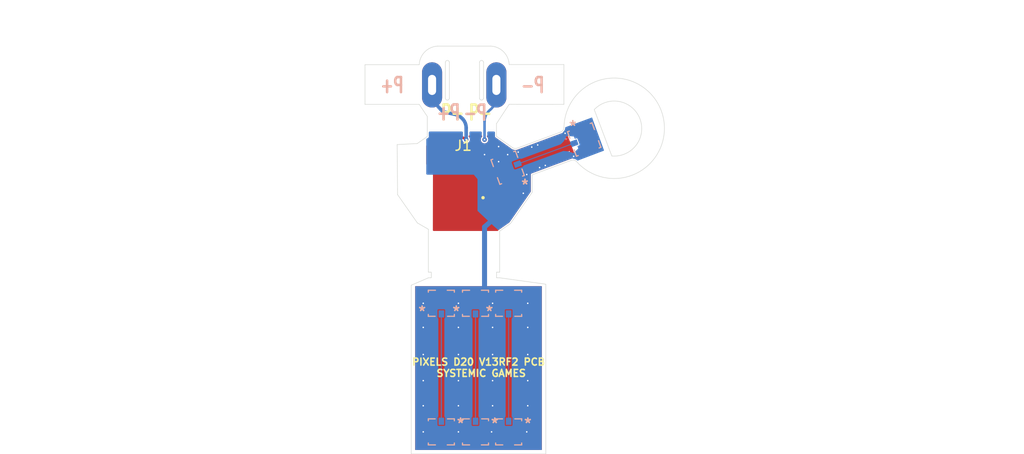
<source format=kicad_pcb>
(kicad_pcb (version 20211014) (generator pcbnew)
  (title_block (title "FLX-F020") (date "2021-09-11") (rev "10") (company "Systemic Games, LLC") (comment 1 "Flexible PCB, 0.13mm thickness"))
  (layers (0 "F.Cu" signal) (31 "B.Cu" signal) (34 "B.Paste" user) (35 "F.Paste" user) (36 "B.SilkS" user "B.Silkscreen") (37 "F.SilkS" user "F.Silkscreen") (38 "B.Mask" user) (39 "F.Mask" user) (44 "Edge.Cuts" user))
  (net 0 "")
  (net 1 "GND")
  (net 2 "/ARC_ANTENNA")
  (net 3 "unconnected-(J1-Pad1)")
  (net 4 "unconnected-(J1-Pad2)")
  (net 5 "/ANT_0.7")
  (net 6 "/ANT_0.8")
  (net 7 "/ANT_0.9")
  (footprint "Pixels-dice:Hongjie 10100 Connector" (layer "F.Cu") (at 142.378 77.463)
    (fp_text reference "J1" (at -0.1 6.05) (layer "F.SilkS"))
    (fp_text value "Conn_01x02")
    (pad "1" thru_hole oval (at -3.2 0) (size 2 4.5) (drill oval 0.8 2) (layers *.Cu *.Mask) (net 3 "unconnected-(J1-Pad1)"))
    (pad "2" thru_hole oval (at 3.2 0) (size 2 4.5) (drill oval 0.8 2) (layers *.Cu *.Mask) (net 4 "unconnected-(J1-Pad2)"))
  )
  (footprint "RFFrontEnd:MFH3.RECE.20369.001E.01" (layer "B.Cu") (at 146.799999 99.2)
    (fp_text reference "J2" hide)
    (fp_text value "RECE.20369.001E.01" hide)
    (fp_text user "*" (at -1.9144 0.8255) (layer "B.SilkS") (effects (justify mirror)))
    (fp_text user "*" (at -1.9144 0.8255) (layer "B.SilkS") (effects (justify mirror)))
    (fp_line (start -1.2954 -1.10744) (end -1.2954 -1.2954) (layer "B.SilkS") (width 0.12))
    (fp_line (start 1.2954 1.10744) (end 1.2954 1.2954) (layer "B.SilkS") (width 0.12))
    (fp_line (start 1.2954 -1.2954) (end 1.2954 -1.10744) (layer "B.SilkS") (width 0.12))
    (fp_line (start -1.2954 1.2954) (end -1.2954 1.10744) (layer "B.SilkS") (width 0.12))
    (fp_line (start -1.2954 -1.2954) (end -0.58674 -1.2954) (layer "B.SilkS") (width 0.12))
    (fp_line (start -0.61214 1.2954) (end -1.2954 1.2954) (layer "B.SilkS") (width 0.12))
    (fp_line (start 1.2954 1.2954) (end 0.61214 1.2954) (layer "B.SilkS") (width 0.12))
    (fp_line (start 0.58674 -1.2954) (end 1.2954 -1.2954) (layer "B.SilkS") (width 0.12))
    (pad "1" smd rect (at -1.000001 0 270) (size 1.5494 0.6096) (layers "B.Cu" "B.Paste" "B.Mask") (net 1 "GND"))
    (pad "2" smd rect (at 0 -1.0541) (size 0.508 0.5588) (layers "B.Cu" "B.Paste" "B.Mask") (net 1 "GND"))
    (pad "3" smd rect (at 1.000001 0 270) (size 1.5494 0.6096) (layers "B.Cu" "B.Paste" "B.Mask") (net 1 "GND"))
    (pad "4" smd rect (at 0 1.0541) (size 0.5588 0.7112) (layers "B.Cu" "B.Paste" "B.Mask") (net 5 "/ANT_0.7"))
  )
  (footprint "RFFrontEnd:MFH3.RECE.20369.001E.01" (layer "B.Cu") (at 140.099999 99.2)
    (fp_text reference "J8" hide)
    (fp_text value "RECE.20369.001E.01" hide)
    (fp_text user "*" (at -1.9144 0.8255) (layer "B.SilkS") (effects (justify mirror)))
    (fp_text user "*" (at -1.9144 0.8255) (layer "B.SilkS") (effects (justify mirror)))
    (fp_line (start -1.2954 1.2954) (end -1.2954 1.10744) (layer "B.SilkS") (width 0.12))
    (fp_line (start -1.2954 -1.2954) (end -0.58674 -1.2954) (layer "B.SilkS") (width 0.12))
    (fp_line (start -1.2954 -1.10744) (end -1.2954 -1.2954) (layer "B.SilkS") (width 0.12))
    (fp_line (start 1.2954 1.10744) (end 1.2954 1.2954) (layer "B.SilkS") (width 0.12))
    (fp_line (start 1.2954 -1.2954) (end 1.2954 -1.10744) (layer "B.SilkS") (width 0.12))
    (fp_line (start -0.61214 1.2954) (end -1.2954 1.2954) (layer "B.SilkS") (width 0.12))
    (fp_line (start 0.58674 -1.2954) (end 1.2954 -1.2954) (layer "B.SilkS") (width 0.12))
    (fp_line (start 1.2954 1.2954) (end 0.61214 1.2954) (layer "B.SilkS") (width 0.12))
    (pad "1" smd rect (at -1.000001 0 270) (size 1.5494 0.6096) (layers "B.Cu" "B.Paste" "B.Mask") (net 1 "GND"))
    (pad "2" smd rect (at 0 -1.0541) (size 0.508 0.5588) (layers "B.Cu" "B.Paste" "B.Mask") (net 1 "GND"))
    (pad "3" smd rect (at 1.000001 0 270) (size 1.5494 0.6096) (layers "B.Cu" "B.Paste" "B.Mask") (net 1 "GND"))
    (pad "4" smd rect (at 0 1.0541) (size 0.5588 0.7112) (layers "B.Cu" "B.Paste" "B.Mask") (net 7 "/ANT_0.9"))
  )
  (footprint "RFFrontEnd:MFH3.RECE.20369.001E.01" (layer "B.Cu") (at 140.099999 112 180)
    (fp_text reference "J9" hide)
    (fp_text value "RECE.20369.001E.01" hide)
    (fp_text user "*" (at -1.9144 0.8255) (layer "B.SilkS") (effects (justify mirror)))
    (fp_text user "*" (at -1.9144 0.8255) (layer "B.SilkS") (effects (justify mirror)))
    (fp_line (start -1.2954 1.2954) (end -1.2954 1.10744) (layer "B.SilkS") (width 0.12))
    (fp_line (start -1.2954 -1.10744) (end -1.2954 -1.2954) (layer "B.SilkS") (width 0.12))
    (fp_line (start -1.2954 -1.2954) (end -0.58674 -1.2954) (layer "B.SilkS") (width 0.12))
    (fp_line (start 0.58674 -1.2954) (end 1.2954 -1.2954) (layer "B.SilkS") (width 0.12))
    (fp_line (start 1.2954 -1.2954) (end 1.2954 -1.10744) (layer "B.SilkS") (width 0.12))
    (fp_line (start 1.2954 1.10744) (end 1.2954 1.2954) (layer "B.SilkS") (width 0.12))
    (fp_line (start 1.2954 1.2954) (end 0.61214 1.2954) (layer "B.SilkS") (width 0.12))
    (fp_line (start -0.61214 1.2954) (end -1.2954 1.2954) (layer "B.SilkS") (width 0.12))
    (pad "1" smd rect (at -1.000001 0 90) (size 1.5494 0.6096) (layers "B.Cu" "B.Paste" "B.Mask") (net 1 "GND"))
    (pad "2" smd rect (at 0 -1.0541 180) (size 0.508 0.5588) (layers "B.Cu" "B.Paste" "B.Mask") (net 1 "GND"))
    (pad "3" smd rect (at 1.000001 0 90) (size 1.5494 0.6096) (layers "B.Cu" "B.Paste" "B.Mask") (net 1 "GND"))
    (pad "4" smd rect (at 0 1.0541 180) (size 0.5588 0.7112) (layers "B.Cu" "B.Paste" "B.Mask") (net 7 "/ANT_0.9"))
  )
  (footprint "RFFrontEnd:MFH3.RECE.20369.001E.01" (layer "B.Cu") (at 146.799999 112 180)
    (fp_text reference "J3" hide)
    (fp_text value "RECE.20369.001E.01" hide)
    (fp_text user "*" (at -1.9144 0.8255) (layer "B.SilkS") (effects (justify mirror)))
    (fp_text user "*" (at -1.9144 0.8255) (layer "B.SilkS") (effects (justify mirror)))
    (fp_line (start -1.2954 -1.2954) (end -0.58674 -1.2954) (layer "B.SilkS") (width 0.12))
    (fp_line (start 1.2954 1.2954) (end 0.61214 1.2954) (layer "B.SilkS") (width 0.12))
    (fp_line (start -1.2954 -1.10744) (end -1.2954 -1.2954) (layer "B.SilkS") (width 0.12))
    (fp_line (start -0.61214 1.2954) (end -1.2954 1.2954) (layer "B.SilkS") (width 0.12))
    (fp_line (start 1.2954 1.10744) (end 1.2954 1.2954) (layer "B.SilkS") (width 0.12))
    (fp_line (start 0.58674 -1.2954) (end 1.2954 -1.2954) (layer "B.SilkS") (width 0.12))
    (fp_line (start -1.2954 1.2954) (end -1.2954 1.10744) (layer "B.SilkS") (width 0.12))
    (fp_line (start 1.2954 -1.2954) (end 1.2954 -1.10744) (layer "B.SilkS") (width 0.12))
    (pad "1" smd rect (at -1.000001 0 90) (size 1.5494 0.6096) (layers "B.Cu" "B.Paste" "B.Mask") (net 1 "GND"))
    (pad "2" smd rect (at 0 -1.0541 180) (size 0.508 0.5588) (layers "B.Cu" "B.Paste" "B.Mask") (net 1 "GND"))
    (pad "3" smd rect (at 1.000001 0 90) (size 1.5494 0.6096) (layers "B.Cu" "B.Paste" "B.Mask") (net 1 "GND"))
    (pad "4" smd rect (at 0 1.0541 180) (size 0.5588 0.7112) (layers "B.Cu" "B.Paste" "B.Mask") (net 5 "/ANT_0.7"))
  )
  (footprint "RFFrontEnd:MFH3.RECE.20369.001E.01" (layer "B.Cu") (at 143.499999 112 180)
    (fp_text reference "J5" hide)
    (fp_text value "RECE.20369.001E.01" hide)
    (fp_text user "*" (at -1.9144 0.8255) (layer "B.SilkS") (effects (justify mirror)))
    (fp_text user "*" (at -1.9144 0.8255) (layer "B.SilkS") (effects (justify mirror)))
    (fp_line (start -1.2954 -1.2954) (end -0.58674 -1.2954) (layer "B.SilkS") (width 0.12))
    (fp_line (start -0.61214 1.2954) (end -1.2954 1.2954) (layer "B.SilkS") (width 0.12))
    (fp_line (start 1.2954 -1.2954) (end 1.2954 -1.10744) (layer "B.SilkS") (width 0.12))
    (fp_line (start 1.2954 1.2954) (end 0.61214 1.2954) (layer "B.SilkS") (width 0.12))
    (fp_line (start 1.2954 1.10744) (end 1.2954 1.2954) (layer "B.SilkS") (width 0.12))
    (fp_line (start -1.2954 -1.10744) (end -1.2954 -1.2954) (layer "B.SilkS") (width 0.12))
    (fp_line (start 0.58674 -1.2954) (end 1.2954 -1.2954) (layer "B.SilkS") (width 0.12))
    (fp_line (start -1.2954 1.2954) (end -1.2954 1.10744) (layer "B.SilkS") (width 0.12))
    (pad "1" smd rect (at -1.000001 0 90) (size 1.5494 0.6096) (layers "B.Cu" "B.Paste" "B.Mask") (net 1 "GND"))
    (pad "2" smd rect (at 0 -1.0541 180) (size 0.508 0.5588) (layers "B.Cu" "B.Paste" "B.Mask") (net 1 "GND"))
    (pad "3" smd rect (at 1.000001 0 90) (size 1.5494 0.6096) (layers "B.Cu" "B.Paste" "B.Mask") (net 1 "GND"))
    (pad "4" smd rect (at 0 1.0541 180) (size 0.5588 0.7112) (layers "B.Cu" "B.Paste" "B.Mask") (net 6 "/ANT_0.8"))
  )
  (footprint "RFFrontEnd:MFH3.RECE.20369.001E.01" (layer "B.Cu") (at 154.32 82.9 -70)
    (fp_text reference "J7" hide)
    (fp_text value "RECE.20369.001E.01" hide)
    (fp_text user "*" (at -1.9144 0.8255 110) (layer "B.SilkS") (effects (justify mirror)))
    (fp_text user "*" (at -1.9144 0.8255 110) (layer "B.SilkS") (effects (justify mirror)))
    (fp_line (start 1.2954 1.10744) (end 1.2954 1.2954) (layer "B.SilkS") (width 0.12))
    (fp_line (start -1.2954 -1.2954) (end -0.58674 -1.2954) (layer "B.SilkS") (width 0.12))
    (fp_line (start -0.61214 1.2954) (end -1.2954 1.2954) (layer "B.SilkS") (width 0.12))
    (fp_line (start 1.2954 1.2954) (end 0.61214 1.2954) (layer "B.SilkS") (width 0.12))
    (fp_line (start -1.2954 -1.10744) (end -1.2954 -1.2954) (layer "B.SilkS") (width 0.12))
    (fp_line (start 0.58674 -1.2954) (end 1.2954 -1.2954) (layer "B.SilkS") (width 0.12))
    (fp_line (start -1.2954 1.2954) (end -1.2954 1.10744) (layer "B.SilkS") (width 0.12))
    (fp_line (start 1.2954 -1.2954) (end 1.2954 -1.10744) (layer "B.SilkS") (width 0.12))
    (pad "1" smd rect (at -1.000001 0 200) (size 1.5494 0.6096) (layers "B.Cu" "B.Paste" "B.Mask") (net 1 "GND"))
    (pad "2" smd rect (at 0 -1.0541 290) (size 0.508 0.5588) (layers "B.Cu" "B.Paste" "B.Mask") (net 1 "GND"))
    (pad "3" smd rect (at 1.000001 0 200) (size 1.5494 0.6096) (layers "B.Cu" "B.Paste" "B.Mask") (net 1 "GND"))
    (pad "4" smd rect (at 0 1.0541 290) (size 0.5588 0.7112) (layers "B.Cu" "B.Paste" "B.Mask") (net 2 "/ARC_ANTENNA"))
  )
  (footprint "RFFrontEnd:MFH3.RECE.20369.001E.01" (layer "B.Cu") (at 143.499999 99.2)
    (fp_text reference "J4" hide)
    (fp_text value "RECE.20369.001E.01" hide)
    (fp_text user "*" (at -1.9144 0.8255) (layer "B.SilkS") (effects (justify mirror)))
    (fp_text user "*" (at -1.9144 0.8255) (layer "B.SilkS") (effects (justify mirror)))
    (fp_line (start 1.2954 -1.2954) (end 1.2954 -1.10744) (layer "B.SilkS") (width 0.12))
    (fp_line (start -1.2954 -1.2954) (end -0.58674 -1.2954) (layer "B.SilkS") (width 0.12))
    (fp_line (start 1.2954 1.10744) (end 1.2954 1.2954) (layer "B.SilkS") (width 0.12))
    (fp_line (start -1.2954 -1.10744) (end -1.2954 -1.2954) (layer "B.SilkS") (width 0.12))
    (fp_line (start -1.2954 1.2954) (end -1.2954 1.10744) (layer "B.SilkS") (width 0.12))
    (fp_line (start 0.58674 -1.2954) (end 1.2954 -1.2954) (layer "B.SilkS") (width 0.12))
    (fp_line (start -0.61214 1.2954) (end -1.2954 1.2954) (layer "B.SilkS") (width 0.12))
    (fp_line (start 1.2954 1.2954) (end 0.61214 1.2954) (layer "B.SilkS") (width 0.12))
    (pad "1" smd rect (at -1.000001 0 270) (size 1.5494 0.6096) (layers "B.Cu" "B.Paste" "B.Mask") (net 1 "GND"))
    (pad "2" smd rect (at 0 -1.0541) (size 0.508 0.5588) (layers "B.Cu" "B.Paste" "B.Mask") (net 1 "GND"))
    (pad "3" smd rect (at 1.000001 0 270) (size 1.5494 0.6096) (layers "B.Cu" "B.Paste" "B.Mask") (net 1 "GND"))
    (pad "4" smd rect (at 0 1.0541) (size 0.5588 0.7112) (layers "B.Cu" "B.Paste" "B.Mask") (net 6 "/ANT_0.8"))
  )
  (footprint "RFFrontEnd:MFH3.RECE.20369.001E.01" (layer "B.Cu") (at 146.7 85.7 110)
    (fp_text reference "J6" hide)
    (fp_text value "RECE.20369.001E.01" hide)
    (fp_text user "*" (at -1.9144 0.8255 110) (layer "B.SilkS") (effects (justify mirror)))
    (fp_text user "*" (at -1.9144 0.8255 110) (layer "B.SilkS") (effects (justify mirror)))
    (fp_line (start -1.2954 -1.2954) (end -0.58674 -1.2954) (layer "B.SilkS") (width 0.12))
    (fp_line (start 1.2954 1.10744) (end 1.2954 1.2954) (layer "B.SilkS") (width 0.12))
    (fp_line (start 1.2954 1.2954) (end 0.61214 1.2954) (layer "B.SilkS") (width 0.12))
    (fp_line (start -1.2954 -1.10744) (end -1.2954 -1.2954) (layer "B.SilkS") (width 0.12))
    (fp_line (start 1.2954 -1.2954) (end 1.2954 -1.10744) (layer "B.SilkS") (width 0.12))
    (fp_line (start -1.2954 1.2954) (end -1.2954 1.10744) (layer "B.SilkS") (width 0.12))
    (fp_line (start 0.58674 -1.2954) (end 1.2954 -1.2954) (layer "B.SilkS") (width 0.12))
    (fp_line (start -0.61214 1.2954) (end -1.2954 1.2954) (layer "B.SilkS") (width 0.12))
    (pad "1" smd rect (at -1.000001 0 20) (size 1.5494 0.6096) (layers "B.Cu" "B.Paste" "B.Mask") (net 1 "GND"))
    (pad "2" smd rect (at 0 -1.0541 110) (size 0.508 0.5588) (layers "B.Cu" "B.Paste" "B.Mask") (net 1 "GND"))
    (pad "3" smd rect (at 1.000001 0 20) (size 1.5494 0.6096) (layers "B.Cu" "B.Paste" "B.Mask") (net 1 "GND"))
    (pad "4" smd rect (at 0 1.0541 110) (size 0.5588 0.7112) (layers "B.Cu" "B.Paste" "B.Mask") (net 2 "/ARC_ANTENNA"))
  )
  (gr_circle (center 144.25 88.69) (end 144.344868 88.69) (layer "F.SilkS") (width 0.15) (fill solid))
  (gr_line (start 137.9 79.4) (end 138.7 80.6) (layer "Edge.Cuts") (width 0.05))
  (gr_line (start 145.597056 96.664191) (end 145.597056 96.101805) (layer "Edge.Cuts") (width 0.05))
  (gr_line (start 138.81 91.833302) (end 138.81 96.101804) (layer "Edge.Cuts") (width 0.05))
  (gr_line (start 145.597056 96.101805) (end 145.906902 96.101805) (layer "Edge.Cuts") (width 0.05))
  (gr_line (start 135.74 88.38) (end 137.715599 91.201449) (layer "Edge.Cuts") (width 0.05))
  (gr_line (start 139.097057 96.101804) (end 139.097057 96.664191) (layer "Edge.Cuts") (width 0.05))
  (gr_line (start 138.81 96.101804) (end 139.097057 96.101804) (layer "Edge.Cuts") (width 0.05))
  (gr_line (start 145.586905 82.58) (end 145.586905 81.322575) (layer "Edge.Cuts") (width 0.05))
  (gr_line (start 145.906902 92.01) (end 146.984266 91.255621) (layer "Edge.Cuts") (width 0.05))
  (gr_line (start 145.906901 96.664191) (end 145.597056 96.664191) (layer "Edge.Cuts") (width 0.05))
  (gr_line (start 145.906902 96.101805) (end 145.906902 92.01) (layer "Edge.Cuts") (width 0.05))
  (gr_line (start 139.097057 96.664191) (end 138.81 96.664191) (layer "Edge.Cuts") (width 0.05))
  (gr_line (start 137.715599 91.201449) (end 138.809999 91.833301) (layer "Edge.Cuts") (width 0.05))
  (gr_arc (start 143.9 75.225) (mid 144.1 75.025) (end 144.3 75.225) (layer "Edge.Cuts") (width 0.05))
  (gr_arc (start 140.9 78.775) (mid 140.7 78.975) (end 140.5 78.775) (layer "Edge.Cuts") (width 0.05))
  (gr_arc (start 144.3 78.775) (mid 144.1 78.975) (end 143.9 78.775) (layer "Edge.Cuts") (width 0.05))
  (gr_line (start 145.586905 81.322575) (end 146.85 79.39461) (layer "Edge.Cuts") (width 0.05))
  (gr_arc (start 155.32 79.92) (mid 159.866745 80.830842) (end 157.07 84.537084) (layer "Edge.Cuts") (width 0.05))
  (gr_line (start 140.5 78.775) (end 140.5 75.225) (layer "Edge.Cuts") (width 0.05))
  (gr_line (start 146.984266 91.255621) (end 149.153014 88.134157) (layer "Edge.Cuts") (width 0.05))
  (gr_line (start 151.980838 82.154982) (end 147.639832 83.765606) (layer "Edge.Cuts") (width 0.05))
  (gr_line (start 137.9 79.4) (end 132.5 79.4) (layer "Edge.Cuts") (width 0.05))
  (gr_arc (start 152.30684 81.694651) (mid 161.99385 80.039816) (end 153.571765 85.103918) (layer "Edge.Cuts") (width 0.05))
  (gr_line (start 144.3 75.225) (end 144.3 78.775) (layer "Edge.Cuts") (width 0.05))
  (gr_arc (start 147.639832 83.765606) (mid 147.400954 83.792595) (end 147.17709 83.704981) (layer "Edge.Cuts") (width 0.05))
  (gr_line (start 137.1 114.2) (end 150.5 114.2) (layer "Edge.Cuts") (width 0.05))
  (gr_line (start 146.85 75.435758) (end 152.3 75.435758) (layer "Edge.Cuts") (width 0.05))
  (gr_line (start 149.153014 86.404011) (end 153.024402 84.967627) (layer "Edge.Cuts") (width 0.05))
  (gr_line (start 135.74 87.83) (end 135.7 83.4) (layer "Edge.Cuts") (width 0.05))
  (gr_line (start 135.7 83.4) (end 137.7 83.3) (layer "Edge.Cuts") (width 0.05))
  (gr_arc (start 152.30684 81.694651) (mid 152.214951 81.975177) (end 151.980838 82.154982) (layer "Edge.Cuts") (width 0.05))
  (gr_line (start 138.7 80.6) (end 138.7 82.6) (layer "Edge.Cuts") (width 0.05))
  (gr_line (start 132.5 79.4) (end 132.5 75.45) (layer "Edge.Cuts") (width 0.05))
  (gr_line (start 138.81 96.664191) (end 137.1 97.4) (layer "Edge.Cuts") (width 0.05))
  (gr_line (start 139.75 73.6) (end 145 73.6) (layer "Edge.Cuts") (width 0.05))
  (gr_line (start 147.17709 83.704981) (end 145.586905 82.58) (layer "Edge.Cuts") (width 0.05))
  (gr_line (start 150.5 114.2) (end 150.5 97.3) (layer "Edge.Cuts") (width 0.05))
  (gr_line (start 155.32 79.92) (end 157.07 84.537084) (layer "Edge.Cuts") (width 0.05))
  (gr_line (start 135.74 88.38) (end 135.74 87.83) (layer "Edge.Cuts") (width 0.05))
  (gr_arc (start 153.024402 84.967627) (mid 153.319138 84.951216) (end 153.571765 85.103918) (layer "Edge.Cuts") (width 0.05))
  (gr_arc (start 137.9 75.45) (mid 138.464242 74.164242) (end 139.75 73.6) (layer "Edge.Cuts") (width 0.05))
  (gr_arc (start 145 73.6) (mid 146.285023 74.155062) (end 146.85 75.435758) (layer "Edge.Cuts") (width 0.05))
  (gr_arc (start 140.5 75.225) (mid 140.7 75.025) (end 140.9 75.225) (layer "Edge.Cuts") (width 0.05))
  (gr_line (start 137.1 97.4) (end 137.1 114.2) (layer "Edge.Cuts") (width 0.05))
  (gr_line (start 152.3 79.4) (end 146.85 79.39461) (layer "Edge.Cuts") (width 0.05))
  (gr_line (start 152.3 75.435758) (end 152.3 79.4) (layer "Edge.Cuts") (width 0.05))
  (gr_line (start 143.9 78.775) (end 143.9 75.225) (layer "Edge.Cuts") (width 0.05))
  (gr_line (start 149.153014 88.134157) (end 149.153014 86.404011) (layer "Edge.Cuts") (width 0.05))
  (gr_line (start 138.7 82.6) (end 137.7 83.3) (layer "Edge.Cuts") (width 0.05))
  (gr_line (start 150.5 97.3) (end 145.906901 96.664191) (layer "Edge.Cuts") (width 0.05))
  (gr_line (start 140.9 75.225) (end 140.9 78.775) (layer "Edge.Cuts") (width 0.05))
  (gr_line (start 132.5 75.45) (end 137.9 75.45) (layer "Edge.Cuts") (width 0.05))
  (gr_text "P-" (at 143.48 80.24) (layer "B.SilkS") (effects (font (size 1.5 1) (thickness 0.25)) (justify mirror)))
  (gr_text "P+" (at 140.82 80.22) (layer "B.SilkS") (effects (font (size 1.5 1) (thickness 0.25)) (justify mirror)))
  (gr_text "P-" (at 149.2 77.5) (layer "B.SilkS") (effects (font (size 1.5 1) (thickness 0.25)) (justify mirror)))
  (gr_text "P+" (at 135.2 77.5) (layer "B.SilkS") (effects (font (size 1.5 1) (thickness 0.25)) (justify mirror)))
  (gr_text "P+" (at 141.21 80.22) (layer "F.SilkS") (effects (font (size 1.5 1) (thickness 0.25))))
  (gr_text "P-" (at 143.98 80.23) (layer "F.SilkS") (effects (font (size 1.5 1) (thickness 0.25))))
  (gr_text "PIXELS D20 V13RF2 PCB\n SYSTEMIC GAMES" (at 143.8 105.6) (layer "F.SilkS") (effects (font (size 0.7 0.7))))
  (via (at 138.3 106.9) (size 0.45) (drill 0.15) (layers "F.Cu" "B.Cu") (net 1))
  (via (at 145.2 104.3) (size 0.45) (drill 0.15) (layers "F.Cu" "B.Cu") (net 1))
  (via (at 153.27 84.57) (size 0.45) (drill 0.15) (layers "F.Cu" "B.Cu") (net 1))
  (via (at 138.3 104.3) (size 0.45) (drill 0.15) (layers "F.Cu" "B.Cu") (net 1))
  (via (at 149.1 83.65) (size 0.45) (drill 0.15) (layers "F.Cu" "B.Cu") (net 1))
  (via (at 141.8 99.2) (size 0.45) (drill 0.15) (layers "F.Cu" "B.Cu") (net 1))
  (via (at 138.3 101.6) (size 0.45) (drill 0.15) (layers "F.Cu" "B.Cu") (net 1))
  (via (at 148.26 88.25) (size 0.45) (drill 0.15) (layers "F.Cu" "B.Cu") (net 1))
  (via (at 149.69 83.44) (size 0.45) (drill 0.15) (layers "F.Cu" "B.Cu") (net 1))
  (via (at 147.75 84.15) (size 0.45) (drill 0.15) (layers "F.Cu" "B.Cu") (net 1))
  (via (at 148.7 106.9) (size 0.45) (drill 0.15) (layers "F.Cu" "B.Cu") (net 1))
  (via (at 145.2 101.6) (size 0.45) (drill 0.15) (layers "F.Cu" "B.Cu") (net 1))
  (via (at 145.2 99.2) (size 0.45) (drill 0.15) (layers "F.Cu" "B.Cu") (net 1))
  (via (at 138.3 112) (size 0.45) (drill 0.15) (layers "F.Cu" "B.Cu") (net 1))
  (via (at 148.6 86.382) (size 0.45) (drill 0.15) (layers "F.Cu" "B.Cu") (net 1))
  (via (at 141.8 106.9) (size 0.45) (drill 0.15) (layers "F.Cu" "B.Cu") (net 1))
  (via (at 141.8 101.6) (size 0.45) (drill 0.15) (layers "F.Cu" "B.Cu") (net 1))
  (via (at 145.8 83.6) (size 0.45) (drill 0.15) (layers "F.Cu" "B.Cu") (net 1))
  (via (at 149.88 85.69) (size 0.45) (drill 0.15) (layers "F.Cu" "B.Cu") (net 1))
  (via (at 152.42 82.28) (size 0.45) (drill 0.15) (layers "F.Cu" "B.Cu") (net 1))
  (via (at 150.45 85.48) (size 0.45) (drill 0.15) (layers "F.Cu" "B.Cu") (net 1))
  (via (at 145.8 85.1) (size 0.45) (drill 0.15) (layers "F.Cu" "B.Cu") (net 1))
  (via (at 145.2 106.9) (size 0.45) (drill 0.15) (layers "F.Cu" "B.Cu") (net 1))
  (via (at 145.2 109.4) (size 0.45) (drill 0.15) (layers "F.Cu" "B.Cu") (net 1))
  (via (at 144.4 84.4) (size 0.45) (drill 0.15) (layers "F.Cu" "B.Cu") (net 1))
  (via (at 148.7 99.2) (size 0.45) (drill 0.15) (layers "F.Cu" "B.Cu") (net 1))
  (via (at 141.8 112) (size 0.45) (drill 0.15) (layers "F.Cu" "B.Cu") (net 1))
  (via (at 145.1 112) (size 0.45) (drill 0.15) (layers "F.Cu" "B.Cu") (net 1))
  (via (at 141.8 104.3) (size 0.45) (drill 0.15) (layers "F.Cu" "B.Cu") (net 1))
  (via (at 148.7 104.3) (size 0.45) (drill 0.15) (layers "F.Cu" "B.Cu") (net 1))
  (via (at 148.7 101.6) (size 0.45) (drill 0.15) (layers "F.Cu" "B.Cu") (net 1))
  (via (at 138.3 109.4) (size 0.45) (drill 0.15) (layers "F.Cu" "B.Cu") (net 1))
  (via (at 146.7 84.4) (size 0.45) (drill 0.15) (layers "F.Cu" "B.Cu") (net 1))
  (via (at 138.3 99.2) (size 0.45) (drill 0.15) (layers "F.Cu" "B.Cu") (net 1))
  (via (at 141.8 109.4) (size 0.45) (drill 0.15) (layers "F.Cu" "B.Cu") (net 1))
  (via (at 148.7 109.4) (size 0.45) (drill 0.15) (layers "F.Cu" "B.Cu") (net 1))
  (via (at 148.6 112) (size 0.45) (drill 0.15) (layers "F.Cu" "B.Cu") (net 1))
  (segment (start 144.4 91.6) (end 144.4 97.9) (width 0.5) (layer "B.Cu") (net 1))
  (segment (start 144.4 97.9) (end 144.5 99.2) (width 0.5) (layer "B.Cu") (net 1))
  (segment (start 153.27 84.57) (end 153.9 84.8) (width 0.09) (layer "B.Cu") (net 1))
  (segment (start 154.7 84.5) (end 154.66202 83.839694) (width 0.09) (layer "B.Cu") (net 1))
  (segment (start 153.9 84.8) (end 154.7 84.5) (width 0.09) (layer "B.Cu") (net 1))
  (segment (start 152.7 81.7) (end 153.6 81.4) (width 0.09) (layer "B.Cu") (net 1))
  (segment (start 152.42 82.28) (end 152.7 81.7) (width 0.09) (layer "B.Cu") (net 1))
  (segment (start 148.26 88.25) (end 144.4 91.6) (width 0.5) (layer "B.Cu") (net 1))
  (segment (start 153.6 81.4) (end 153.97798 81.960306) (width 0.09) (layer "B.Cu") (net 1))
  (segment (start 147.69053 85.339477) (end 153 83.38) (width 0.078) (layer "B.Cu") (net 2))
  (segment (start 141.979489 82.66) (end 139.228303 82.66) (width 0.25) (layer "F.Cu") (net 3))
  (segment (start 142.57 82.9) (end 142.385 82.78) (width 0.25) (layer "F.Cu") (net 3))
  (via (at 142.57 82.9) (size 0.45) (drill 0.15) (layers "F.Cu" "B.Cu") (net 3))
  (arc (start 142.385 82.78) (mid 142.190935 82.690629) (end 141.979489 82.66) (width 0.25) (layer "F.Cu") (net 3))
  (segment (start 139.225772 78.342474) (end 139.174557 77.5) (width 0.2) (layer "B.Cu") (net 3))
  (segment (start 141.381306 80.375335) (end 140.528323 80.196314) (width 0.35) (layer "B.Cu") (net 3))
  (segment (start 142.57 82.9) (end 142.57 81.739558) (width 0.35) (layer "B.Cu") (net 3))
  (segment (start 139.765 79.605) (end 140.073801 79.938754) (width 0.35) (layer "B.Cu") (net 3))
  (arc (start 141.381306 80.375335) (mid 141.840637 80.549234) (end 142.225 80.855) (width 0.35) (layer "B.Cu") (net 3))
  (arc (start 142.225 80.855) (mid 142.480697 81.264829) (end 142.57 81.739558) (width 0.35) (layer "B.Cu") (net 3))
  (arc (start 140.073801 79.938754) (mid 140.281028 80.102889) (end 140.528323 80.196314) (width 0.35) (layer "B.Cu") (net 3))
  (arc (start 139.225772 78.342474) (mid 139.386072 79.020425) (end 139.765 79.605) (width 0.2) (layer "B.Cu") (net 3))
  (via (at 144.4 82.91) (size 0.45) (drill 0.15) (layers "F.Cu" "B.Cu") (net 4))
  (segment (start 145.526472 78.789859) (end 145.574557 77.5) (width 0.25) (layer "B.Cu") (net 4))
  (segment (start 144.4 82.91) (end 144.4 81.110633) (width 0.25) (layer "B.Cu") (net 4))
  (segment (start 144.4 82.91) (end 144.4 83) (width 0.25) (layer "B.Cu") (net 4))
  (arc (start 144.4 81.110633) (mid 144.544457 80.468455) (end 144.95 79.95) (width 0.25) (layer "B.Cu") (net 4))
  (arc (start 144.95 79.95) (mid 145.363057 79.431953) (end 145.526472 78.789859) (width 0.25) (layer "B.Cu") (net 4))
  (segment (start 146.799999 100.2541) (end 146.799999 110.9459) (width 0.07) (layer "B.Cu") (net 5))
  (segment (start 143.499999 100.2541) (end 143.499999 110.9459) (width 0.08) (layer "B.Cu") (net 6))
  (segment (start 140.099999 100.2541) (end 140.099999 110.9459) (width 0.09) (layer "B.Cu") (net 7))
  (zone (net 1) (net_name "GND") (layer "F.Cu") (connect_pads yes (clearance 0.15)) (min_thickness 0.15) (fill yes (thermal_gap 0.25) (thermal_bridge_width 0.5))
    (polygon (pts (xy 145.5 82.5) (xy 148.18 83.75) (xy 149 85.94) (xy 148.75 86.47) (xy 145.89 87.49) (xy 145.9 92) (xy 139.255 92) (xy 139.265856 86.419972) (xy 138.6 85.354986) (xy 138.6 83.5) (xy 139.9 82.5)))
  )
  (zone (net 1) (net_name "GND") (layer "F.Cu") (connect_pads (clearance 0.15)) (min_thickness 0.1) (fill yes (thermal_gap 0.508) (thermal_bridge_width 0.508))
    (polygon (pts (xy 153.190196 83.918106) (xy 146.363794 86.400436) (xy 145.967883 85.31168) (xy 152.794285 82.82935)))
  )
  (zone (net 1) (net_name "GND") (layer "F.Cu") (connect_pads yes (clearance 0.15)) (min_thickness 0.15) (fill yes (mode hatch) (thermal_gap 0.508) (thermal_bridge_width 0.508) (hatch_thickness 0.15) (hatch_gap 0.2) (hatch_orientation 65) (hatch_smoothing_level 2) (hatch_smoothing_value 0.1) (hatch_border_algorithm hatch_thickness) (hatch_min_hole_area 0.3))
    (polygon (pts (xy 152.531215 82.123268) (xy 153.431215 84.543268) (xy 153.266292 85.159274) (xy 149.642 86.508) (xy 149.658 87.446) (xy 147.5 91.11) (xy 146.23 91.97) (xy 145.84 92) (xy 145.82 87.44) (xy 148.21 86.59) (xy 147.187 83.675) (xy 151.323 82.047) (xy 152.103 81.89)))
  )
  (zone (net 1) (net_name "GND") (layer "F.Cu") (priority 2) (connect_pads yes (clearance 0.1)) (min_thickness 0.0254) (fill yes (mode hatch) (thermal_gap 0.508) (thermal_bridge_width 0.508) (island_removal_mode 1) (island_area_min 0) (hatch_thickness 0.15) (hatch_gap 0.2) (hatch_orientation 45) (hatch_border_algorithm hatch_thickness) (hatch_min_hole_area 0.3))
    (polygon (pts (xy 150.1 113.8) (xy 137.5 113.8) (xy 137.5 97.5) (xy 150.1 97.5)))
  )
  (zone (net 1) (net_name "GND") (layer "F.Cu") (priority 2) (connect_pads yes (clearance 0.1)) (min_thickness 0.0254) (fill yes (thermal_gap 0.508) (thermal_bridge_width 0.508) (island_removal_mode 1) (island_area_min 0))
    (polygon (pts (xy 147.4 111.5) (xy 146.2 111.5) (xy 146.2 99.7) (xy 147.4 99.7)))
  )
  (zone (net 1) (net_name "GND") (layer "F.Cu") (priority 2) (connect_pads yes (clearance 0.1)) (min_thickness 0.0254) (fill yes (thermal_gap 0.508) (thermal_bridge_width 0.508) (island_removal_mode 1) (island_area_min 0))
    (polygon (pts (xy 140.7 111.5) (xy 139.5 111.5) (xy 139.5 99.7) (xy 140.7 99.7)))
  )
  (zone (net 1) (net_name "GND") (layer "F.Cu") (priority 2) (connect_pads yes (clearance 0.1)) (min_thickness 0.0254) (fill yes (thermal_gap 0.508) (thermal_bridge_width 0.508) (island_removal_mode 1) (island_area_min 0))
    (polygon (pts (xy 144.1 111.5) (xy 142.9 111.5) (xy 142.9 99.7) (xy 144.1 99.7)))
  )
  (zone (net 2) (net_name "/ARC_ANTENNA") (layer "B.Cu") (priority 1) (connect_pads yes (clearance 0.1)) (min_thickness 0.0254) (fill yes (thermal_gap 0.508) (thermal_bridge_width 0.508))
    (polygon (pts (xy 153.041112 83.50343) (xy 153.035301 83.490818) (xy 153.029152 83.480399) (xy 153.022689 83.472211) (xy 153.013171 83.463111) (xy 153.001717 83.455074) (xy 152.992944 83.450171) (xy 152.98 83.446) (xy 152.965908 83.44346) (xy 152.953722 83.443454) (xy 152.941759 83.444836) (xy 152.928053 83.448692) (xy 152.907196 83.379136) (xy 152.908178 83.372488) (xy 152.91743 83.368004) (xy 152.926994 83.361272) (xy 152.933806 83.355043) (xy 152.939215 83.349061) (xy 152.947824 83.336774) (xy 152.951585 83.329664) (xy 152.955443 83.318933) (xy 152.957576 83.310647) (xy 152.958966 83.298218) (xy 152.958965 83.286001) (xy 152.957491 83.277638) (xy 152.954713 83.265928) (xy 152.991959 83.245037) (xy 153.08516 83.476309)))
  )
  (zone (net 1) (net_name "GND") (layer "B.Cu") (connect_pads yes (clearance 0.15)) (min_thickness 0.2) (fill yes (thermal_gap 0.508) (thermal_bridge_width 0.508))
    (polygon (pts (xy 152.51 82.08) (xy 152.61 82.17) (xy 152.67 82.51) (xy 153.27 84.11) (xy 153.42 84.48) (xy 153.44 84.71) (xy 153.19 85.09) (xy 149.3 86.7) (xy 149.3 88.3) (xy 147.1 91.5) (xy 146.1 92.2) (xy 145.3 91.5) (xy 143.7 90) (xy 143.7 86.84) (xy 143.33 86.4) (xy 138.6 86.4) (xy 138.6 82.1) (xy 145.8 82.1) (xy 147.6 83.4) (xy 152.01 81.91)))
  )
  (zone (net 0) (net_name "") (layer "B.Cu") (connect_pads yes (clearance 0)) (min_thickness 0.0254)
    (keepout (tracks allowed) (vias allowed) (pads allowed) (copperpour not_allowed) (footprints allowed))
    (fill (thermal_gap 0.508) (thermal_bridge_width 0.508) (island_removal_mode 1) (island_area_min 0))
    (polygon (pts (xy 152.999379 83.755699) (xy 148.270643 85.492204) (xy 148.030663 84.834589) (xy 152.748399 83.096084)))
  )
  (zone (net 1) (net_name "GND") (layer "B.Cu") (priority 2) (connect_pads yes (clearance 0.1)) (min_thickness 0.0254) (fill yes (thermal_gap 0.508) (thermal_bridge_width 0.508) (island_removal_mode 1) (island_area_min 0))
    (polygon (pts (xy 156.3 84) (xy 153.4 85.1) (xy 153 84.5) (xy 153.732117 83.788321) (xy 153.3 82.6) (xy 152.3 82.5) (xy 152.1 81.8) (xy 155.1 80.7)))
  )
  (zone (net 2) (net_name "/ARC_ANTENNA") (layer "B.Cu") (priority 2) (connect_pads yes (clearance 0.1)) (min_thickness 0.0254) (fill yes (thermal_gap 0.508) (thermal_bridge_width 0.508) (island_removal_mode 1) (island_area_min 0))
    (polygon (pts (xy 147.977893 85.095565) (xy 147.983704 85.10818) (xy 147.989852 85.118596) (xy 147.996316 85.126787) (xy 148.005825 85.135882) (xy 148.017288 85.143926) (xy 148.026056 85.148824) (xy 148.039 85.153) (xy 148.053094 85.155544) (xy 148.065288 85.155542) (xy 148.077245 85.154159) (xy 148.090943 85.150319) (xy 148.111813 85.219861) (xy 148.110821 85.226503) (xy 148.101569 85.230999) (xy 148.092004 85.237728) (xy 148.085184 85.243948) (xy 148.07979 85.249932) (xy 148.071179 85.26222) (xy 148.067416 85.269345) (xy 148.063556 85.280063) (xy 148.061422 85.288347) (xy 148.060035 85.300789) (xy 148.06003 85.312998) (xy 148.061504 85.321362) (xy 148.064281 85.333072) (xy 148.027036 85.353962) (xy 147.933833 85.122686)))
  )
  (zone (net 0) (net_name "") (layer "B.Cu") (connect_pads yes (clearance 0)) (min_thickness 0.15)
    (keepout (tracks allowed) (vias allowed) (pads allowed) (copperpour not_allowed) (footprints allowed))
    (fill (thermal_gap 0.508) (thermal_bridge_width 0.508))
    (polygon (pts (xy 152.999 83.959) (xy 153.21 84.25) (xy 153.12 84.21) (xy 152.7 84.07) (xy 152.23 84.03) (xy 151.708 83.856) (xy 151.99 83.38) (xy 152.28 83.08) (xy 152.45 82.79) (xy 152.54 82.57) (xy 152.658 83.026)))
  )
  (zone (net 0) (net_name "") (layer "B.Cu") (connect_pads yes (clearance 0)) (min_thickness 0.0254)
    (keepout (tracks allowed) (vias allowed) (pads allowed) (copperpour not_allowed) (footprints allowed))
    (fill (thermal_gap 0.508) (thermal_bridge_width 0.508) (island_removal_mode 1) (island_area_min 0))
    (polygon (pts (xy 147.1 110.5) (xy 146.5 110.5) (xy 146.5 100.7) (xy 147.1 100.7)))
  )
  (zone (net 0) (net_name "") (layer "B.Cu") (connect_pads yes (clearance 0)) (min_thickness 0.0254)
    (keepout (tracks allowed) (vias allowed) (pads allowed) (copperpour not_allowed) (footprints allowed))
    (fill (thermal_gap 0.508) (thermal_bridge_width 0.508) (island_removal_mode 1) (island_area_min 0))
    (polygon (pts (xy 140.4 110.5) (xy 139.8 110.5) (xy 139.8 100.7) (xy 140.4 100.7)))
  )
  (zone (net 0) (net_name "") (layer "B.Cu") (connect_pads yes (clearance 0)) (min_thickness 0.0254)
    (keepout (tracks allowed) (vias allowed) (pads allowed) (copperpour not_allowed) (footprints allowed))
    (fill (thermal_gap 0.508) (thermal_bridge_width 0.508) (island_removal_mode 1) (island_area_min 0))
    (polygon (pts (xy 143.8 110.5) (xy 143.2 110.5) (xy 143.2 100.7) (xy 143.8 100.7)))
  )
  (zone (net 1) (net_name "GND") (layer "B.Cu") (priority 2) (connect_pads yes (clearance 0.1)) (min_thickness 0.0254) (fill yes (thermal_gap 0.508) (thermal_bridge_width 0.508) (island_removal_mode 1) (island_area_min 0))
    (polygon (pts (xy 137.5 113.8) (xy 150.1 113.8) (xy 150.1 97.5) (xy 137.5 97.5)))
  )
)
</source>
